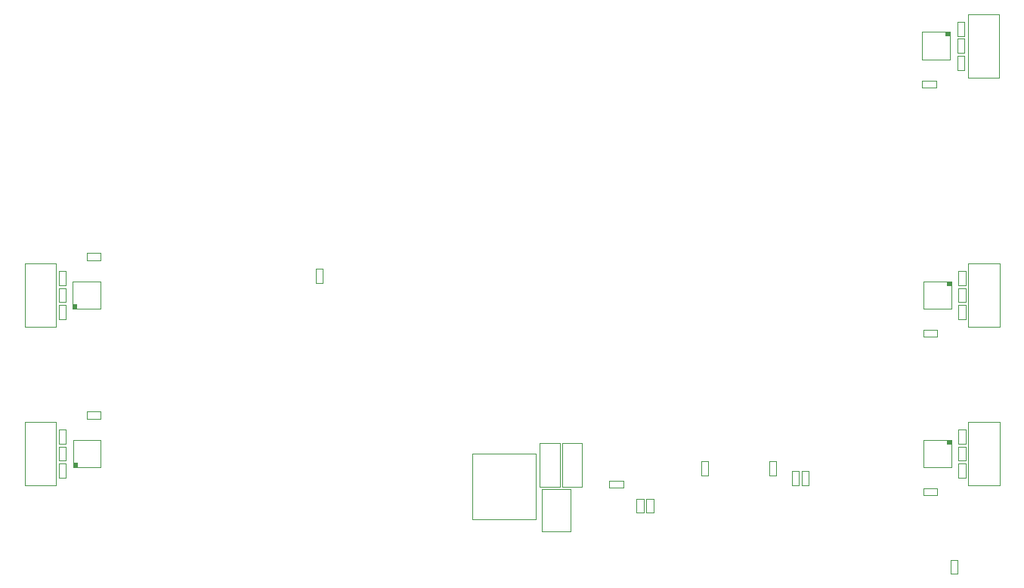
<source format=gbr>
G04 Layer_Color=16711935*
%FSLAX23Y23*%
%MOIN*%
%TF.FileFunction,Other,Mechanical_29*%
%TF.Part,Single*%
G01*
G75*
%TA.AperFunction,NonConductor*%
%ADD50C,0.002*%
%ADD53R,0.020X0.020*%
D50*
X1814Y-685D02*
X1876D01*
X1814Y-654D02*
X1876D01*
Y-685D02*
Y-654D01*
X1814Y-685D02*
Y-654D01*
X1964Y494D02*
Y557D01*
X1996Y494D02*
Y557D01*
X1964Y494D02*
X1996D01*
X1964Y557D02*
X1996D01*
X2011Y740D02*
X2149D01*
X2011Y460D02*
X2149D01*
Y740D01*
X2011Y460D02*
Y740D01*
X1809Y662D02*
X1931D01*
X1809Y540D02*
X1931D01*
Y662D01*
X1809Y540D02*
Y662D01*
X1809Y416D02*
X1871D01*
X1809Y447D02*
X1871D01*
Y416D02*
Y447D01*
X1809Y416D02*
Y447D01*
X1996Y569D02*
Y632D01*
X1964Y569D02*
Y632D01*
X1996D01*
X1964Y569D02*
X1996D01*
X1996Y644D02*
Y707D01*
X1964Y644D02*
Y707D01*
X1996D01*
X1964Y644D02*
X1996D01*
X-866Y-447D02*
X-834D01*
X-866Y-384D02*
X-834D01*
X-866Y-447D02*
Y-384D01*
X-834Y-447D02*
Y-384D01*
X834Y-1297D02*
X866D01*
X834Y-1234D02*
X866D01*
X834Y-1297D02*
Y-1234D01*
X866Y-1297D02*
Y-1234D01*
X1134D02*
X1166D01*
X1134Y-1297D02*
X1166D01*
Y-1234D01*
X1134Y-1297D02*
Y-1234D01*
X1934Y-1731D02*
X1966D01*
X1934Y-1669D02*
X1966D01*
X1934Y-1731D02*
Y-1669D01*
X1966Y-1731D02*
Y-1669D01*
X1278Y-1339D02*
Y-1276D01*
X1309Y-1339D02*
Y-1276D01*
X1278Y-1339D02*
X1309D01*
X1278Y-1276D02*
X1309D01*
X1266Y-1339D02*
Y-1276D01*
X1234Y-1339D02*
Y-1276D01*
X1266D01*
X1234Y-1339D02*
X1266D01*
X-1999Y-1231D02*
Y-1169D01*
X-1968Y-1231D02*
Y-1169D01*
X-1999Y-1231D02*
X-1968D01*
X-1999Y-1169D02*
X-1968D01*
X2000Y-1231D02*
Y-1169D01*
X1969Y-1231D02*
Y-1169D01*
X2000D01*
X1969Y-1231D02*
X2000D01*
Y-531D02*
Y-469D01*
X1969Y-531D02*
Y-469D01*
X2000D01*
X1969Y-531D02*
X2000D01*
X-1876Y-1015D02*
X-1814D01*
X-1876Y-1046D02*
X-1814D01*
X-1876D02*
Y-1015D01*
X-1814Y-1046D02*
Y-1015D01*
X-1876Y-315D02*
X-1814D01*
X-1876Y-346D02*
X-1814D01*
X-1876D02*
Y-315D01*
X-1814Y-346D02*
Y-315D01*
X1814Y-1385D02*
X1876D01*
X1814Y-1354D02*
X1876D01*
Y-1385D02*
Y-1354D01*
X1814Y-1385D02*
Y-1354D01*
X-1936Y-1261D02*
X-1814D01*
X-1936Y-1139D02*
X-1814D01*
X-1936Y-1261D02*
Y-1139D01*
X-1814Y-1261D02*
Y-1139D01*
X-1937Y-561D02*
X-1815D01*
X-1937Y-439D02*
X-1815D01*
X-1937Y-561D02*
Y-439D01*
X-1815Y-561D02*
Y-439D01*
X1815Y-1139D02*
X1937D01*
X1815Y-1261D02*
X1937D01*
Y-1139D01*
X1815Y-1261D02*
Y-1139D01*
Y-439D02*
X1937D01*
X1815Y-561D02*
X1937D01*
Y-439D01*
X1815Y-561D02*
Y-439D01*
X-2149Y-1340D02*
X-2011D01*
X-2149Y-1060D02*
X-2011D01*
X-2149Y-1340D02*
Y-1060D01*
X-2011Y-1340D02*
Y-1060D01*
X-2150Y-640D02*
X-2012D01*
X-2150Y-360D02*
X-2012D01*
X-2150Y-640D02*
Y-360D01*
X-2012Y-640D02*
Y-360D01*
X2012Y-1060D02*
X2150D01*
X2012Y-1340D02*
X2150D01*
Y-1060D01*
X2012Y-1340D02*
Y-1060D01*
Y-360D02*
X2150D01*
X2012Y-640D02*
X2150D01*
Y-360D01*
X2012Y-640D02*
Y-360D01*
X-1968Y-1157D02*
Y-1094D01*
X-1999Y-1157D02*
Y-1094D01*
X-1968D01*
X-1999Y-1157D02*
X-1968D01*
X-1969Y-457D02*
Y-394D01*
X-2000Y-457D02*
Y-394D01*
X-1969D01*
X-2000Y-457D02*
X-1969D01*
X1969Y-1306D02*
Y-1244D01*
X2000Y-1306D02*
Y-1244D01*
X1969Y-1306D02*
X2000D01*
X1969Y-1244D02*
X2000D01*
X1969Y-606D02*
Y-544D01*
X2000Y-606D02*
Y-544D01*
X1969Y-606D02*
X2000D01*
X1969Y-544D02*
X2000D01*
X-2000Y-606D02*
Y-543D01*
X-1969Y-606D02*
Y-543D01*
X-2000Y-606D02*
X-1969D01*
X-2000Y-543D02*
X-1969D01*
X-2000Y-531D02*
Y-469D01*
X-1969Y-531D02*
Y-469D01*
X-2000Y-531D02*
X-1969D01*
X-2000Y-469D02*
X-1969D01*
X-1999Y-1306D02*
Y-1243D01*
X-1968Y-1306D02*
Y-1243D01*
X-1999Y-1306D02*
X-1968D01*
X-1999Y-1243D02*
X-1968D01*
X2000Y-457D02*
Y-394D01*
X1969Y-457D02*
Y-394D01*
X2000D01*
X1969Y-457D02*
X2000D01*
Y-1156D02*
Y-1094D01*
X1969Y-1156D02*
Y-1094D01*
X2000D01*
X1969Y-1156D02*
X2000D01*
X105Y-1490D02*
Y-1200D01*
X-175Y-1490D02*
X105D01*
X-175D02*
Y-1200D01*
X105D01*
X210Y-1346D02*
Y-1153D01*
X123Y-1346D02*
Y-1153D01*
X210D01*
X123Y-1346D02*
X210D01*
X308D02*
Y-1153D01*
X222Y-1346D02*
Y-1153D01*
X308D01*
X222Y-1346D02*
X308D01*
X258Y-1543D02*
Y-1357D01*
X132D02*
X258D01*
X132Y-1543D02*
X258D01*
X132D02*
Y-1357D01*
X549Y-1399D02*
X581D01*
X549Y-1461D02*
X581D01*
Y-1399D01*
X549Y-1461D02*
Y-1399D01*
X593Y-1461D02*
X624D01*
X593Y-1399D02*
X624D01*
X593Y-1461D02*
Y-1399D01*
X624Y-1461D02*
Y-1399D01*
X491Y-1351D02*
Y-1319D01*
X429Y-1351D02*
Y-1319D01*
Y-1351D02*
X491D01*
X429Y-1319D02*
X491D01*
D53*
X1921Y652D02*
D03*
X-1926Y-1251D02*
D03*
X-1927Y-551D02*
D03*
X1928Y-1149D02*
D03*
X1928Y-449D02*
D03*
%TF.MD5,df2d7463afeac64cf6be429dc946eceb*%
M02*

</source>
